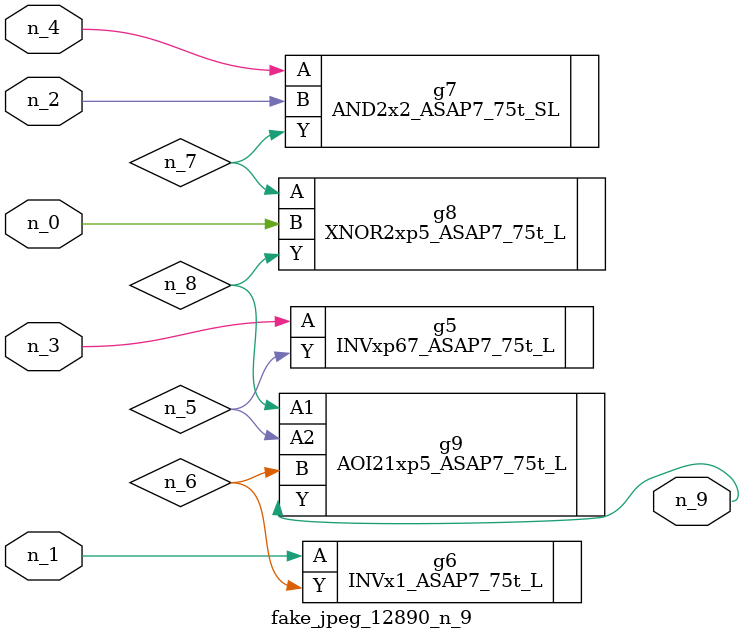
<source format=v>
module fake_jpeg_12890_n_9 (n_3, n_2, n_1, n_0, n_4, n_9);

input n_3;
input n_2;
input n_1;
input n_0;
input n_4;

output n_9;

wire n_8;
wire n_6;
wire n_5;
wire n_7;

INVxp67_ASAP7_75t_L g5 ( 
.A(n_3),
.Y(n_5)
);

INVx1_ASAP7_75t_L g6 ( 
.A(n_1),
.Y(n_6)
);

AND2x2_ASAP7_75t_SL g7 ( 
.A(n_4),
.B(n_2),
.Y(n_7)
);

XNOR2xp5_ASAP7_75t_L g8 ( 
.A(n_7),
.B(n_0),
.Y(n_8)
);

AOI21xp5_ASAP7_75t_L g9 ( 
.A1(n_8),
.A2(n_5),
.B(n_6),
.Y(n_9)
);


endmodule
</source>
